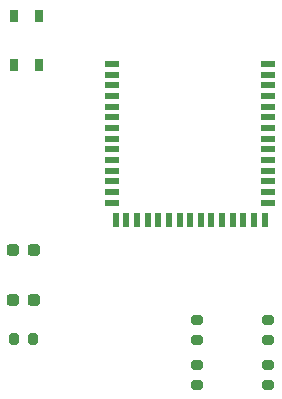
<source format=gbr>
%TF.GenerationSoftware,KiCad,Pcbnew,8.0.5*%
%TF.CreationDate,2024-11-08T11:27:06-05:00*%
%TF.ProjectId,psocpcb,70736f63-7063-4622-9e6b-696361645f70,rev?*%
%TF.SameCoordinates,Original*%
%TF.FileFunction,Paste,Top*%
%TF.FilePolarity,Positive*%
%FSLAX46Y46*%
G04 Gerber Fmt 4.6, Leading zero omitted, Abs format (unit mm)*
G04 Created by KiCad (PCBNEW 8.0.5) date 2024-11-08 11:27:06*
%MOMM*%
%LPD*%
G01*
G04 APERTURE LIST*
G04 Aperture macros list*
%AMRoundRect*
0 Rectangle with rounded corners*
0 $1 Rounding radius*
0 $2 $3 $4 $5 $6 $7 $8 $9 X,Y pos of 4 corners*
0 Add a 4 corners polygon primitive as box body*
4,1,4,$2,$3,$4,$5,$6,$7,$8,$9,$2,$3,0*
0 Add four circle primitives for the rounded corners*
1,1,$1+$1,$2,$3*
1,1,$1+$1,$4,$5*
1,1,$1+$1,$6,$7*
1,1,$1+$1,$8,$9*
0 Add four rect primitives between the rounded corners*
20,1,$1+$1,$2,$3,$4,$5,0*
20,1,$1+$1,$4,$5,$6,$7,0*
20,1,$1+$1,$6,$7,$8,$9,0*
20,1,$1+$1,$8,$9,$2,$3,0*%
G04 Aperture macros list end*
%ADD10RoundRect,0.200000X-0.200000X-0.275000X0.200000X-0.275000X0.200000X0.275000X-0.200000X0.275000X0*%
%ADD11RoundRect,0.237500X-0.287500X-0.237500X0.287500X-0.237500X0.287500X0.237500X-0.287500X0.237500X0*%
%ADD12R,1.270000X0.610000*%
%ADD13R,0.610000X1.270000*%
%ADD14R,0.650000X1.050000*%
%ADD15RoundRect,0.200000X-0.275000X0.200000X-0.275000X-0.200000X0.275000X-0.200000X0.275000X0.200000X0*%
G04 APERTURE END LIST*
D10*
%TO.C,R12*%
X105175000Y-74000000D03*
X106825000Y-74000000D03*
%TD*%
D11*
%TO.C,D2*%
X106875000Y-70700000D03*
X105125000Y-70700000D03*
%TD*%
D12*
%TO.C,U1*%
X126750000Y-50750000D03*
X126750000Y-51650000D03*
X126750000Y-52550000D03*
X126750000Y-53450000D03*
X126750000Y-54360000D03*
X126750000Y-55260000D03*
X126750000Y-56160000D03*
X126750000Y-57060000D03*
X126750000Y-57960000D03*
X126750000Y-58860000D03*
X126750000Y-59770000D03*
X126750000Y-60670000D03*
X126750000Y-61570000D03*
X126750000Y-62470000D03*
D13*
X126440000Y-63940000D03*
X125540000Y-63940000D03*
X124640000Y-63940000D03*
X123740000Y-63940000D03*
X122840000Y-63940000D03*
X121930000Y-63940000D03*
X121030000Y-63940000D03*
X120130000Y-63940000D03*
X119230000Y-63940000D03*
X118330000Y-63940000D03*
X117430000Y-63940000D03*
X116520000Y-63940000D03*
X115620000Y-63940000D03*
X114720000Y-63940000D03*
X113820000Y-63940000D03*
D12*
X113510000Y-62470000D03*
X113510000Y-61570000D03*
X113510000Y-60670000D03*
X113510000Y-59770000D03*
X113510000Y-58860000D03*
X113510000Y-57960000D03*
X113510000Y-57060000D03*
X113510000Y-56160000D03*
X113510000Y-55260000D03*
X113510000Y-54360000D03*
X113510000Y-53450000D03*
X113510000Y-52550000D03*
X113510000Y-51650000D03*
X113510000Y-50750000D03*
%TD*%
D14*
%TO.C,S1*%
X107325000Y-46675000D03*
X107325000Y-50825000D03*
X105175000Y-46675000D03*
X105175000Y-50825000D03*
%TD*%
D15*
%TO.C,R7*%
X120750000Y-76250000D03*
X120750000Y-77900000D03*
%TD*%
%TO.C,R9*%
X126750000Y-76250000D03*
X126750000Y-77900000D03*
%TD*%
D11*
%TO.C,D1*%
X105125000Y-66500000D03*
X106875000Y-66500000D03*
%TD*%
D15*
%TO.C,R3*%
X120750000Y-72425000D03*
X120750000Y-74075000D03*
%TD*%
%TO.C,R5*%
X126750000Y-72425000D03*
X126750000Y-74075000D03*
%TD*%
M02*

</source>
